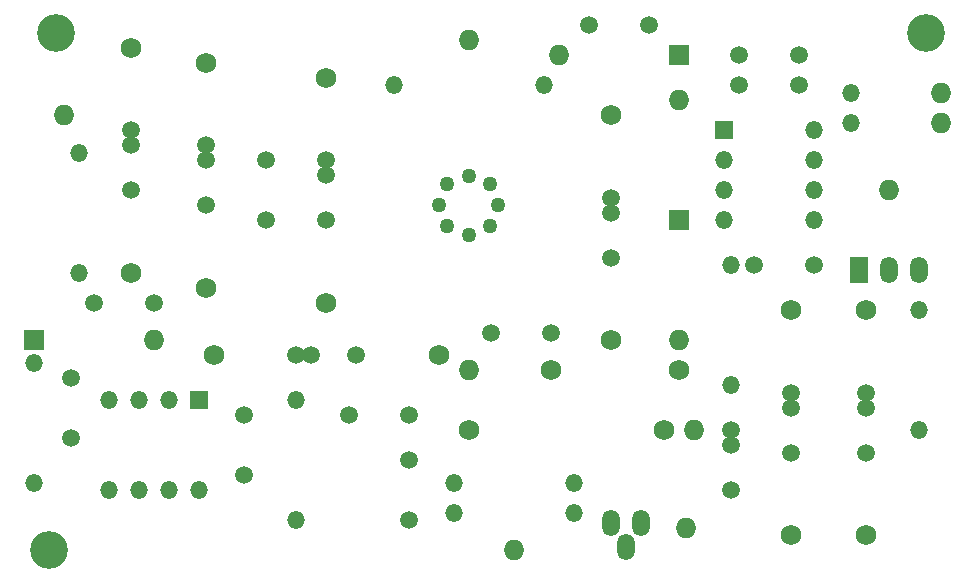
<source format=gbl>
G04 (created by PCBNEW (22-Jun-2014 BZR 4027)-stable) date Sat 16 Dec 2017 05:21:26 AM CST*
%MOIN*%
G04 Gerber Fmt 3.4, Leading zero omitted, Abs format*
%FSLAX34Y34*%
G01*
G70*
G90*
G04 APERTURE LIST*
%ADD10C,0.00590551*%
%ADD11C,0.125984*%
%ADD12C,0.05*%
%ADD13C,0.059*%
%ADD14O,0.059X0.059*%
%ADD15R,0.059X0.059*%
%ADD16R,0.069X0.069*%
%ADD17O,0.069X0.069*%
%ADD18O,0.059X0.0885*%
%ADD19R,0.059X0.0885*%
%ADD20C,0.069*%
G04 APERTURE END LIST*
G54D10*
G54D11*
X63750Y-31500D03*
X63500Y-48750D03*
X92750Y-31500D03*
G54D12*
X76792Y-36542D03*
X78207Y-36542D03*
X78489Y-37250D03*
X77500Y-36260D03*
X78207Y-37957D03*
X77500Y-38239D03*
X76792Y-37957D03*
X76510Y-37250D03*
G54D13*
X71750Y-42250D03*
X73750Y-42250D03*
X72250Y-42250D03*
X66250Y-34750D03*
X66250Y-36750D03*
X66250Y-35250D03*
X68750Y-35250D03*
X68750Y-37250D03*
X68750Y-35750D03*
X82250Y-37000D03*
X82250Y-39000D03*
X82250Y-37500D03*
X72750Y-35750D03*
X72750Y-37750D03*
X72750Y-36250D03*
G54D14*
X90250Y-33500D03*
X90250Y-34500D03*
X64500Y-39500D03*
X64500Y-35500D03*
X63000Y-46500D03*
X63000Y-42500D03*
X92500Y-40750D03*
X92500Y-44750D03*
X71750Y-43750D03*
X71750Y-47750D03*
X81000Y-46500D03*
X77000Y-46500D03*
X77000Y-47500D03*
X81000Y-47500D03*
X86250Y-39250D03*
X86250Y-43250D03*
G54D15*
X86000Y-34750D03*
G54D14*
X86000Y-35750D03*
X86000Y-36750D03*
X86000Y-37750D03*
X89000Y-37750D03*
X89000Y-36750D03*
X89000Y-34750D03*
X89000Y-35750D03*
G54D15*
X68500Y-43750D03*
G54D14*
X67500Y-43750D03*
X66500Y-43750D03*
X65500Y-43750D03*
X65500Y-46750D03*
X66500Y-46750D03*
X68500Y-46750D03*
X67500Y-46750D03*
G54D16*
X84500Y-32250D03*
G54D17*
X80500Y-32250D03*
G54D16*
X84500Y-37750D03*
G54D17*
X84500Y-33750D03*
G54D16*
X63000Y-41750D03*
G54D17*
X67000Y-41750D03*
G54D13*
X65000Y-40500D03*
X67000Y-40500D03*
X73500Y-44250D03*
X75500Y-44250D03*
X64250Y-43000D03*
X64250Y-45000D03*
X81500Y-31250D03*
X83500Y-31250D03*
X70750Y-35750D03*
X70750Y-37750D03*
X86500Y-33250D03*
X88500Y-33250D03*
X88500Y-32250D03*
X86500Y-32250D03*
X87000Y-39250D03*
X89000Y-39250D03*
X80250Y-41500D03*
X78250Y-41500D03*
X75500Y-47750D03*
X75500Y-45750D03*
X70000Y-46250D03*
X70000Y-44250D03*
G54D18*
X91500Y-39397D03*
X92500Y-39397D03*
G54D19*
X90500Y-39397D03*
G54D17*
X84750Y-48000D03*
X93250Y-34500D03*
X91500Y-36750D03*
X79000Y-48750D03*
X77500Y-31750D03*
X77500Y-42750D03*
X84500Y-41750D03*
X64000Y-34250D03*
X93250Y-33500D03*
G54D18*
X83250Y-47852D03*
X82750Y-48647D03*
X82250Y-47852D03*
G54D14*
X75000Y-33250D03*
X80000Y-33250D03*
G54D20*
X80250Y-42750D03*
X84500Y-42750D03*
X77500Y-44750D03*
X84000Y-44750D03*
G54D17*
X85000Y-44750D03*
G54D13*
X86250Y-44750D03*
X86250Y-46750D03*
X86250Y-45250D03*
X88250Y-43500D03*
X88250Y-45500D03*
X88250Y-44000D03*
X90750Y-43500D03*
X90750Y-45500D03*
X90750Y-44000D03*
G54D20*
X66250Y-32000D03*
X66250Y-39500D03*
X68750Y-32500D03*
X68750Y-40000D03*
X90750Y-40750D03*
X90750Y-48250D03*
X88250Y-40750D03*
X88250Y-48250D03*
X82250Y-34250D03*
X82250Y-41750D03*
X72750Y-33000D03*
X72750Y-40500D03*
X69000Y-42250D03*
X76500Y-42250D03*
M02*

</source>
